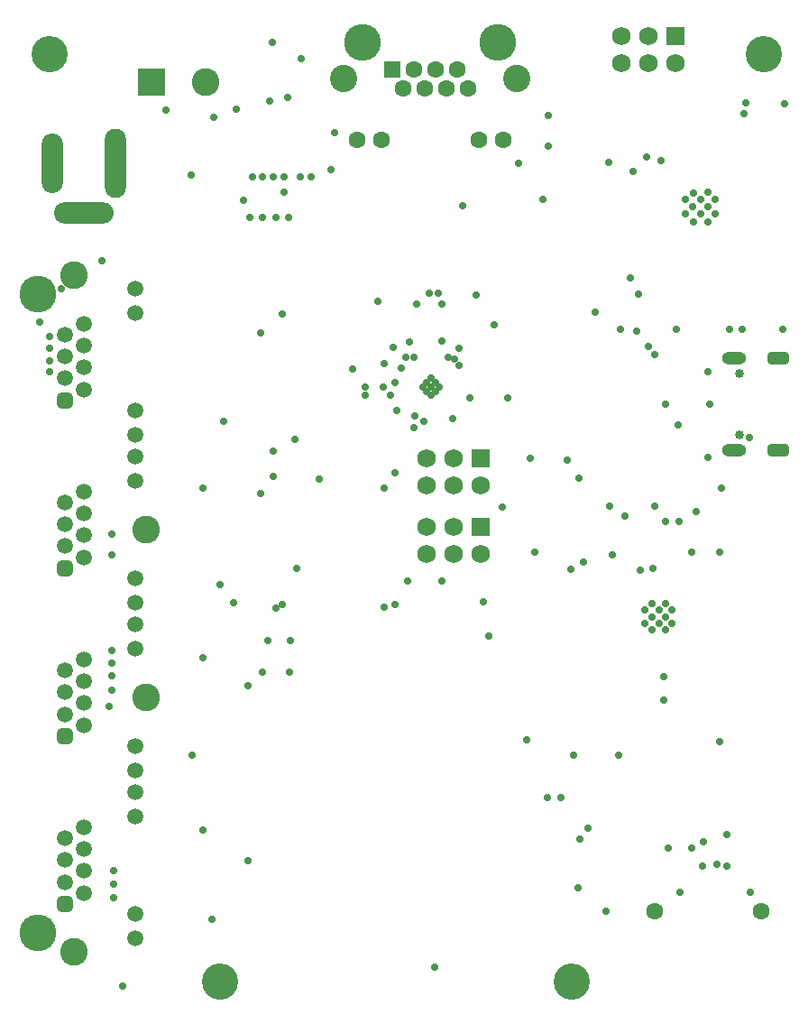
<source format=gbs>
G04*
G04 #@! TF.GenerationSoftware,Altium Limited,Altium Designer,25.4.2 (15)*
G04*
G04 Layer_Color=16711935*
%FSLAX44Y44*%
%MOMM*%
G71*
G04*
G04 #@! TF.SameCoordinates,CF2555CE-50F3-4C54-A6B1-1294104F7050*
G04*
G04*
G04 #@! TF.FilePolarity,Negative*
G04*
G01*
G75*
%ADD79O,2.0032X6.5032*%
%ADD80O,2.0032X5.6032*%
%ADD81O,5.6032X2.0032*%
%ADD82C,2.6032*%
%ADD83R,2.6032X2.6032*%
G04:AMPARAMS|DCode=84|XSize=2.0032mm|YSize=1.2032mm|CornerRadius=0.3516mm|HoleSize=0mm|Usage=FLASHONLY|Rotation=180.000|XOffset=0mm|YOffset=0mm|HoleType=Round|Shape=RoundedRectangle|*
%AMROUNDEDRECTD84*
21,1,2.0032,0.5000,0,0,180.0*
21,1,1.3000,1.2032,0,0,180.0*
1,1,0.7032,-0.6500,0.2500*
1,1,0.7032,0.6500,0.2500*
1,1,0.7032,0.6500,-0.2500*
1,1,0.7032,-0.6500,-0.2500*
%
%ADD84ROUNDEDRECTD84*%
%ADD85O,2.3032X1.2032*%
%ADD86C,0.8532*%
%ADD87C,1.6012*%
%ADD88R,1.6012X1.6012*%
%ADD89C,2.5582*%
%ADD90C,3.4532*%
%ADD91C,1.5032*%
G04:AMPARAMS|DCode=92|XSize=1.5032mm|YSize=1.5032mm|CornerRadius=0.4266mm|HoleSize=0mm|Usage=FLASHONLY|Rotation=270.000|XOffset=0mm|YOffset=0mm|HoleType=Round|Shape=RoundedRectangle|*
%AMROUNDEDRECTD92*
21,1,1.5032,0.6500,0,0,270.0*
21,1,0.6500,1.5032,0,0,270.0*
1,1,0.8532,-0.3250,-0.3250*
1,1,0.8532,-0.3250,0.3250*
1,1,0.8532,0.3250,0.3250*
1,1,0.8532,0.3250,-0.3250*
%
%ADD92ROUNDEDRECTD92*%
%ADD93R,1.7332X1.7332*%
%ADD94C,1.7332*%
%ADD95C,1.6032*%
%ADD96C,3.4032*%
%ADD97C,0.7032*%
D79*
X102000Y858000D02*
D03*
D80*
X42000D02*
D03*
D81*
X72000Y811000D02*
D03*
D82*
X186000Y934000D02*
D03*
X62900Y752450D02*
D03*
Y117450D02*
D03*
X130200Y513700D02*
D03*
Y356200D02*
D03*
D83*
X135200Y934000D02*
D03*
D84*
X724000Y588800D02*
D03*
Y675200D02*
D03*
D85*
X682200Y588800D02*
D03*
Y675200D02*
D03*
D86*
X687200Y660900D02*
D03*
Y603100D02*
D03*
D87*
X351300Y880000D02*
D03*
X442700D02*
D03*
X328400D02*
D03*
X465600D02*
D03*
X381600Y946000D02*
D03*
X402000D02*
D03*
X422400D02*
D03*
X371400Y928200D02*
D03*
X391800D02*
D03*
X412200D02*
D03*
X432600D02*
D03*
D88*
X361200Y946000D02*
D03*
D89*
X315700Y937100D02*
D03*
X478300D02*
D03*
D90*
X333500Y971400D02*
D03*
X460500D02*
D03*
X28600Y734700D02*
D03*
Y135200D02*
D03*
D91*
X120000Y401900D02*
D03*
Y310500D02*
D03*
Y424800D02*
D03*
Y287600D02*
D03*
Y559400D02*
D03*
Y468000D02*
D03*
Y582300D02*
D03*
Y445100D02*
D03*
X71800Y645700D02*
D03*
X54000Y655900D02*
D03*
X71800Y706900D02*
D03*
X54000Y696700D02*
D03*
X71800Y686500D02*
D03*
X54000Y676300D02*
D03*
X71800Y666100D02*
D03*
X71800Y488200D02*
D03*
X54000Y498400D02*
D03*
X71800Y508600D02*
D03*
X54000Y518800D02*
D03*
X71800Y529000D02*
D03*
X54000Y539200D02*
D03*
X71800Y549400D02*
D03*
Y330700D02*
D03*
X54000Y340900D02*
D03*
X71800Y351100D02*
D03*
X54000Y361300D02*
D03*
X71800Y371500D02*
D03*
X54000Y381700D02*
D03*
X71800Y391900D02*
D03*
Y173200D02*
D03*
X54000Y183400D02*
D03*
X71800Y193600D02*
D03*
X54000Y203800D02*
D03*
X71800Y214000D02*
D03*
X54000Y224200D02*
D03*
X71800Y234400D02*
D03*
X120000Y602600D02*
D03*
Y739800D02*
D03*
Y625500D02*
D03*
Y716900D02*
D03*
Y130100D02*
D03*
Y267300D02*
D03*
Y153000D02*
D03*
Y244400D02*
D03*
D92*
X54000Y635500D02*
D03*
Y478000D02*
D03*
Y320500D02*
D03*
Y163000D02*
D03*
D93*
X627400Y977400D02*
D03*
X444400Y516700D02*
D03*
Y580700D02*
D03*
D94*
X627400Y952000D02*
D03*
X602000Y977400D02*
D03*
Y952000D02*
D03*
X576600Y977400D02*
D03*
Y952000D02*
D03*
X444400Y491300D02*
D03*
X419000Y516700D02*
D03*
Y491300D02*
D03*
X393600Y516700D02*
D03*
Y491300D02*
D03*
X444400Y555300D02*
D03*
X419000Y580700D02*
D03*
Y555300D02*
D03*
X393600Y580700D02*
D03*
Y555300D02*
D03*
D95*
X708000Y156300D02*
D03*
X608000D02*
D03*
D96*
X200000Y90000D02*
D03*
X530000D02*
D03*
X710000Y960000D02*
D03*
X40000D02*
D03*
D97*
X249000Y971000D02*
D03*
X240000Y807000D02*
D03*
X252000D02*
D03*
X228000D02*
D03*
X264000D02*
D03*
X507000Y263000D02*
D03*
X51000Y740000D02*
D03*
X98000Y363000D02*
D03*
Y377000D02*
D03*
Y389000D02*
D03*
Y401000D02*
D03*
X100000Y169000D02*
D03*
Y181500D02*
D03*
X40000Y662219D02*
D03*
Y672000D02*
D03*
Y684000D02*
D03*
Y695000D02*
D03*
X30300Y709000D02*
D03*
X532000Y302000D02*
D03*
X285000Y845000D02*
D03*
X275000D02*
D03*
X260000D02*
D03*
X250000D02*
D03*
X240000D02*
D03*
X230000D02*
D03*
X624000Y426000D02*
D03*
X612000D02*
D03*
X599000D02*
D03*
X624000Y439000D02*
D03*
X612000D02*
D03*
X599000D02*
D03*
X644000Y803000D02*
D03*
X336000Y640000D02*
D03*
X353000Y648000D02*
D03*
X336000D02*
D03*
X226000Y368000D02*
D03*
X226350Y203650D02*
D03*
X654000Y221000D02*
D03*
X669000Y315000D02*
D03*
X728000Y702000D02*
D03*
X591000Y700000D02*
D03*
X658000Y662000D02*
D03*
X618000Y632000D02*
D03*
X630000Y612000D02*
D03*
X697000Y600000D02*
D03*
X671000Y553000D02*
D03*
X669000Y493000D02*
D03*
X647000Y531000D02*
D03*
X457000Y706000D02*
D03*
X503000Y824000D02*
D03*
X565000Y859000D02*
D03*
X508000Y902600D02*
D03*
X173000Y847000D02*
D03*
X260000Y831000D02*
D03*
X246000Y916000D02*
D03*
X348000Y728000D02*
D03*
X405000Y736000D02*
D03*
X396000D02*
D03*
X362000Y685000D02*
D03*
X324000Y665000D02*
D03*
X238000Y699000D02*
D03*
Y548000D02*
D03*
X292729Y561271D02*
D03*
X271450Y477789D02*
D03*
X212905Y445327D02*
D03*
X698000Y174000D02*
D03*
X632000D02*
D03*
X545050Y234050D02*
D03*
X562000Y156000D02*
D03*
X536000Y178000D02*
D03*
X401600Y103400D02*
D03*
X108000Y86000D02*
D03*
X89000Y766000D02*
D03*
X215000Y909000D02*
D03*
X149000Y908000D02*
D03*
X382000Y610000D02*
D03*
X391035Y615785D02*
D03*
X258000Y716557D02*
D03*
X222000Y822732D02*
D03*
X250000Y588000D02*
D03*
X364000Y567000D02*
D03*
X376000Y466000D02*
D03*
X354000Y553000D02*
D03*
X537000Y562000D02*
D03*
X270000Y599000D02*
D03*
X265000Y380000D02*
D03*
X266000Y410000D02*
D03*
X240000Y380000D02*
D03*
X245000Y410000D02*
D03*
X174000Y302000D02*
D03*
X96000Y348000D02*
D03*
X364000Y444000D02*
D03*
X354000Y441000D02*
D03*
X452000Y414000D02*
D03*
X526000Y579000D02*
D03*
X491300Y580700D02*
D03*
X495000Y493000D02*
D03*
X488000Y317000D02*
D03*
X408000Y466000D02*
D03*
X447000Y446000D02*
D03*
X643000Y493000D02*
D03*
X608000Y678000D02*
D03*
Y536000D02*
D03*
X184000Y232000D02*
D03*
Y394000D02*
D03*
Y553000D02*
D03*
X465000Y535000D02*
D03*
X566000Y536000D02*
D03*
X538000Y224000D02*
D03*
X653000Y198000D02*
D03*
X194000Y901000D02*
D03*
X307000Y887000D02*
D03*
X304000Y852000D02*
D03*
X263000Y920000D02*
D03*
X366000Y626000D02*
D03*
X360000Y640000D02*
D03*
X579800Y526800D02*
D03*
X631000Y522000D02*
D03*
X618000D02*
D03*
X602000Y686000D02*
D03*
X593000Y735000D02*
D03*
X585000Y750000D02*
D03*
X529000Y477000D02*
D03*
X541000Y484000D02*
D03*
X520000Y263000D02*
D03*
X574000Y302000D02*
D03*
X618000Y420000D02*
D03*
X605000D02*
D03*
X618000Y432000D02*
D03*
X605000D02*
D03*
X618000Y445000D02*
D03*
X605000D02*
D03*
X568000Y490000D02*
D03*
X606000Y478000D02*
D03*
X594000Y476000D02*
D03*
X666000Y200000D02*
D03*
X643000Y215000D02*
D03*
X621000D02*
D03*
X676000Y198000D02*
D03*
Y228000D02*
D03*
X250000Y564000D02*
D03*
X258000Y444000D02*
D03*
X252000Y440000D02*
D03*
X98000Y490000D02*
D03*
X203116Y616000D02*
D03*
X200000Y462000D02*
D03*
X192000Y148000D02*
D03*
X100000Y194000D02*
D03*
X98000Y510000D02*
D03*
X692000Y904000D02*
D03*
X552000Y718000D02*
D03*
X370000Y666000D02*
D03*
X394000Y644000D02*
D03*
X402000D02*
D03*
Y652000D02*
D03*
X394000D02*
D03*
X406000Y648000D02*
D03*
X390000D02*
D03*
X398000Y640000D02*
D03*
Y648000D02*
D03*
Y656000D02*
D03*
X414000Y676000D02*
D03*
X424000Y668000D02*
D03*
X382607Y620595D02*
D03*
X600000Y864000D02*
D03*
X588000Y850000D02*
D03*
X628000Y702000D02*
D03*
X576000D02*
D03*
X678000D02*
D03*
X690000D02*
D03*
X470000Y638000D02*
D03*
X434000D02*
D03*
X440000Y734000D02*
D03*
X418000Y618000D02*
D03*
X613800Y860000D02*
D03*
X730000Y914000D02*
D03*
X693450Y914550D02*
D03*
X616000Y354000D02*
D03*
Y376000D02*
D03*
X660000Y632000D02*
D03*
X658000Y582000D02*
D03*
X644000Y830000D02*
D03*
X643900Y817000D02*
D03*
X657900Y831000D02*
D03*
X636900Y824000D02*
D03*
X650900D02*
D03*
X664900D02*
D03*
Y810000D02*
D03*
X636900D02*
D03*
X650900D02*
D03*
X657900Y803000D02*
D03*
Y817000D02*
D03*
X354000Y670000D02*
D03*
X378000Y690000D02*
D03*
X408000Y690770D02*
D03*
X384019Y726000D02*
D03*
X407981D02*
D03*
X424000Y684000D02*
D03*
X420000Y674000D02*
D03*
X364000Y652000D02*
D03*
X382000Y676000D02*
D03*
X374000D02*
D03*
X508000Y874000D02*
D03*
X480000Y858000D02*
D03*
X428000Y818000D02*
D03*
X276000Y956350D02*
D03*
M02*

</source>
